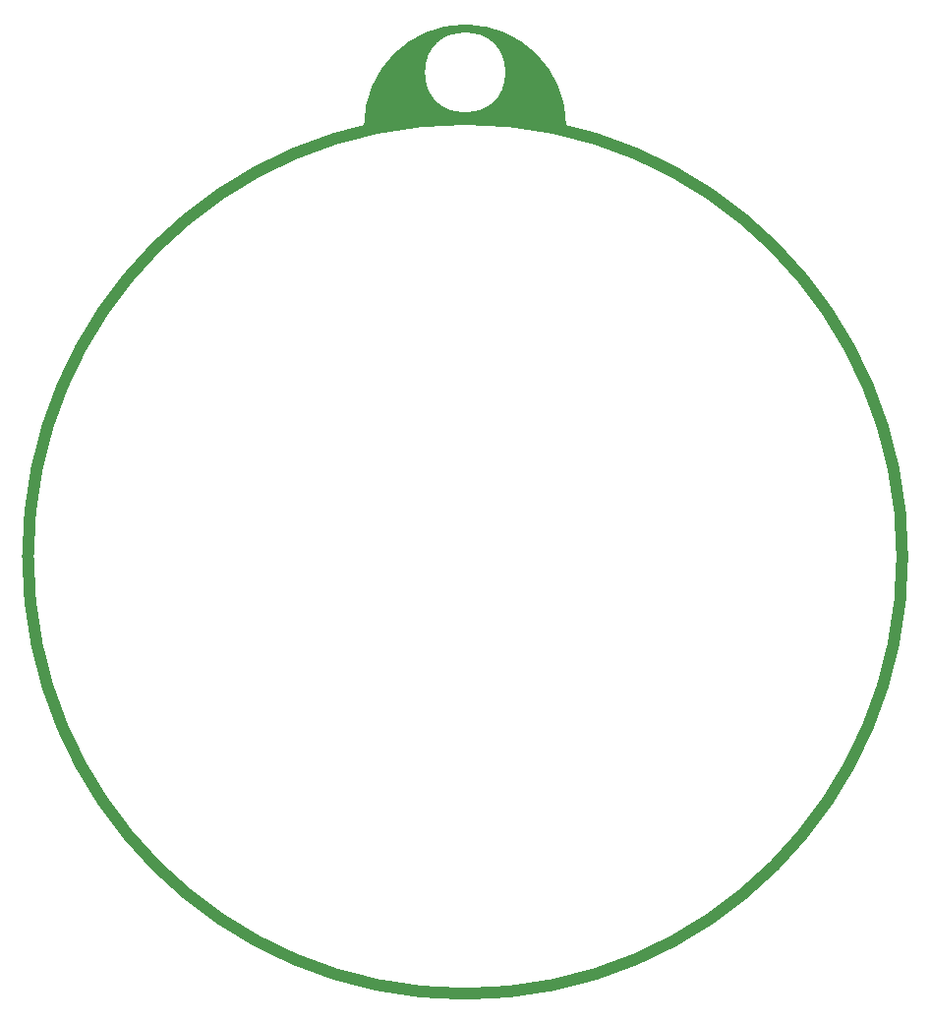
<source format=gto>
G04 #@! TF.GenerationSoftware,KiCad,Pcbnew,(5.0.1)-3*
G04 #@! TF.CreationDate,2019-01-31T21:21:51-08:00*
G04 #@! TF.ProjectId,ruddock_crest,727564646F636B5F63726573742E6B69,A*
G04 #@! TF.SameCoordinates,Original*
G04 #@! TF.FileFunction,Legend,Top*
G04 #@! TF.FilePolarity,Positive*
%FSLAX46Y46*%
G04 Gerber Fmt 4.6, Leading zero omitted, Abs format (unit mm)*
G04 Created by KiCad (PCBNEW (5.0.1)-3) date 1/31/2019 9:21:51 PM*
%MOMM*%
%LPD*%
G01*
G04 APERTURE LIST*
%ADD10C,0.680000*%
%ADD11C,0.150000*%
%ADD12C,1.000000*%
G04 APERTURE END LIST*
D10*
X150611000Y-64516000D02*
G75*
G03X142240000Y-56145000I-8371000J0D01*
G01*
X133869000Y-64516000D02*
G75*
G02X142240000Y-56145000I8371000J0D01*
G01*
D11*
G36*
X150368000Y-64516000D02*
X144272000Y-63500000D01*
X146304000Y-60452000D01*
X145288000Y-56896000D01*
X148336000Y-58928000D01*
X149860000Y-61976000D01*
X150368000Y-64516000D01*
G37*
X150368000Y-64516000D02*
X144272000Y-63500000D01*
X146304000Y-60452000D01*
X145288000Y-56896000D01*
X148336000Y-58928000D01*
X149860000Y-61976000D01*
X150368000Y-64516000D01*
G36*
X134112000Y-64516000D02*
X140716000Y-64008000D01*
X138176000Y-60960000D01*
X139192000Y-56896000D01*
X136144000Y-58928000D01*
X134620000Y-61976000D01*
X134112000Y-64516000D01*
G37*
X134112000Y-64516000D02*
X140716000Y-64008000D01*
X138176000Y-60960000D01*
X139192000Y-56896000D01*
X136144000Y-58928000D01*
X134620000Y-61976000D01*
X134112000Y-64516000D01*
D10*
X146040000Y-59944000D02*
G75*
G03X146040000Y-59944000I-3800000J0D01*
G01*
D12*
X179890000Y-101600000D02*
G75*
G03X179890000Y-101600000I-37650000J0D01*
G01*
M02*

</source>
